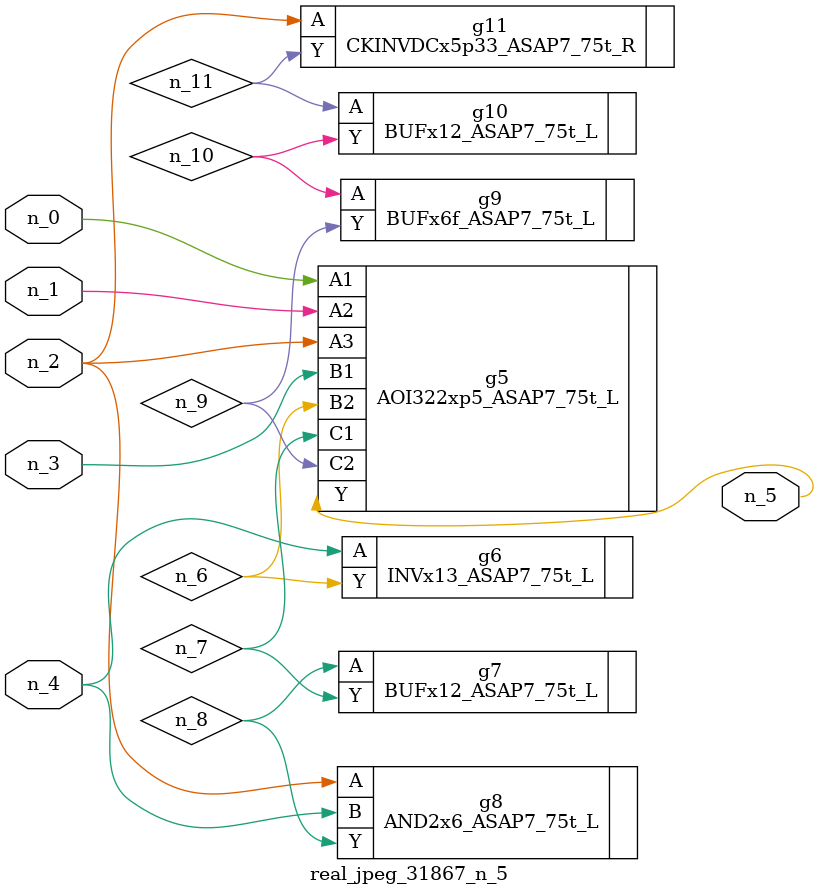
<source format=v>
module real_jpeg_31867_n_5 (n_4, n_0, n_1, n_2, n_3, n_5);

input n_4;
input n_0;
input n_1;
input n_2;
input n_3;

output n_5;

wire n_8;
wire n_11;
wire n_6;
wire n_7;
wire n_10;
wire n_9;

AOI322xp5_ASAP7_75t_L g5 ( 
.A1(n_0),
.A2(n_1),
.A3(n_2),
.B1(n_3),
.B2(n_6),
.C1(n_7),
.C2(n_9),
.Y(n_5)
);

AND2x6_ASAP7_75t_L g8 ( 
.A(n_2),
.B(n_4),
.Y(n_8)
);

CKINVDCx5p33_ASAP7_75t_R g11 ( 
.A(n_2),
.Y(n_11)
);

INVx13_ASAP7_75t_L g6 ( 
.A(n_4),
.Y(n_6)
);

BUFx12_ASAP7_75t_L g7 ( 
.A(n_8),
.Y(n_7)
);

BUFx6f_ASAP7_75t_L g9 ( 
.A(n_10),
.Y(n_9)
);

BUFx12_ASAP7_75t_L g10 ( 
.A(n_11),
.Y(n_10)
);


endmodule
</source>
